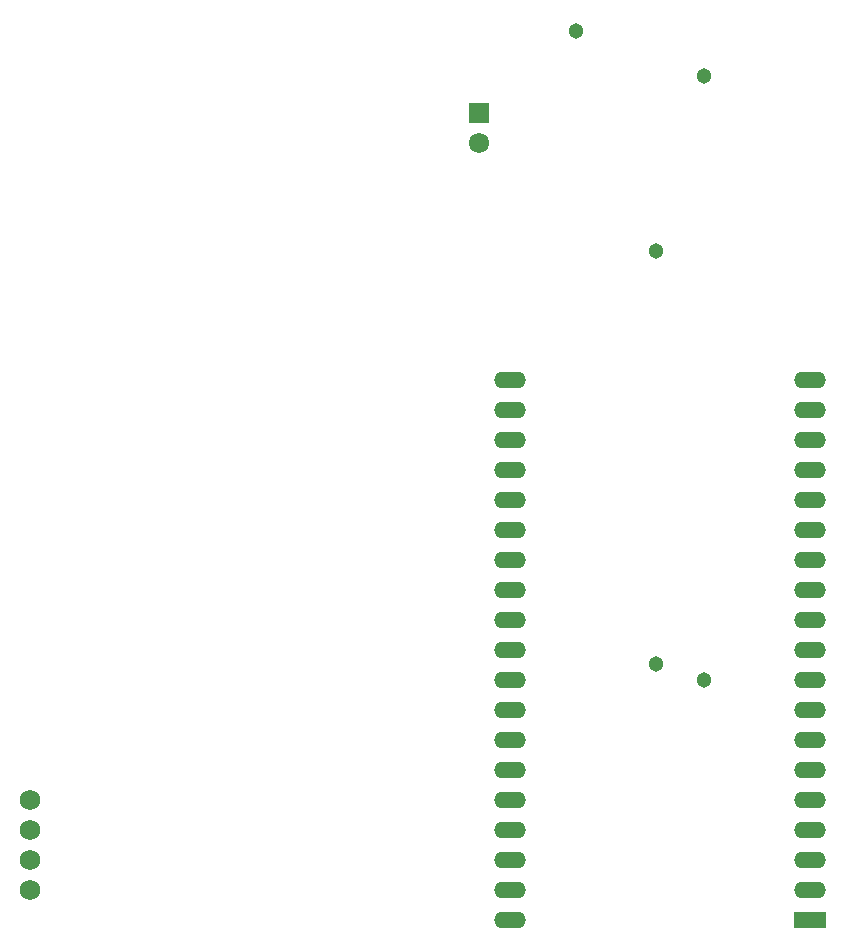
<source format=gbs>
G04*
G04 #@! TF.GenerationSoftware,Altium Limited,Altium Designer,21.3.2 (30)*
G04*
G04 Layer_Color=16711935*
%FSTAX24Y24*%
%MOIN*%
G70*
G04*
G04 #@! TF.SameCoordinates,CDE3E893-1740-4E77-B8E0-51F932FF10AF*
G04*
G04*
G04 #@! TF.FilePolarity,Negative*
G04*
G01*
G75*
%ADD17R,0.1064X0.0552*%
%ADD18O,0.1064X0.0552*%
%ADD19C,0.0680*%
%ADD20R,0.0678X0.0678*%
%ADD21C,0.0678*%
%ADD22C,0.0513*%
D17*
X05145Y0278D02*
D03*
D18*
Y0288D02*
D03*
Y0298D02*
D03*
Y0308D02*
D03*
Y0318D02*
D03*
Y0328D02*
D03*
Y0338D02*
D03*
Y0348D02*
D03*
Y0358D02*
D03*
Y0368D02*
D03*
Y0378D02*
D03*
Y0388D02*
D03*
Y0398D02*
D03*
Y0408D02*
D03*
Y0418D02*
D03*
Y0428D02*
D03*
Y0438D02*
D03*
Y0448D02*
D03*
Y0458D02*
D03*
X04145Y0278D02*
D03*
Y0288D02*
D03*
Y0298D02*
D03*
Y0308D02*
D03*
Y0318D02*
D03*
Y0328D02*
D03*
Y0338D02*
D03*
Y0348D02*
D03*
Y0358D02*
D03*
Y0368D02*
D03*
Y0378D02*
D03*
Y0388D02*
D03*
Y0398D02*
D03*
Y0408D02*
D03*
Y0418D02*
D03*
Y0428D02*
D03*
Y0438D02*
D03*
Y0448D02*
D03*
Y0458D02*
D03*
D19*
X02545Y0298D02*
D03*
Y0308D02*
D03*
Y0288D02*
D03*
Y0318D02*
D03*
D20*
X0404Y0547D02*
D03*
D21*
Y0537D02*
D03*
D22*
X04365Y05745D02*
D03*
X0479Y05595D02*
D03*
X0463Y0501D02*
D03*
Y03635D02*
D03*
X0479Y0358D02*
D03*
M02*

</source>
